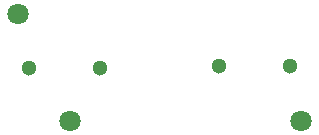
<source format=gbs>
G04 #@! TF.GenerationSoftware,KiCad,Pcbnew,(6.0.2)*
G04 #@! TF.CreationDate,2022-09-05T01:34:10-04:00*
G04 #@! TF.ProjectId,midi-trs-a-b-conveter,6d696469-2d74-4727-932d-612d622d636f,rev?*
G04 #@! TF.SameCoordinates,PX7c5bf00PY5fb3830*
G04 #@! TF.FileFunction,Soldermask,Bot*
G04 #@! TF.FilePolarity,Negative*
%FSLAX46Y46*%
G04 Gerber Fmt 4.6, Leading zero omitted, Abs format (unit mm)*
G04 Created by KiCad (PCBNEW (6.0.2)) date 2022-09-05 01:34:10*
%MOMM*%
%LPD*%
G01*
G04 APERTURE LIST*
%ADD10C,1.300000*%
%ADD11C,1.800000*%
G04 APERTURE END LIST*
D10*
G04 #@! TO.C,U1*
X25550000Y6550000D03*
X19550000Y6550000D03*
G04 #@! TD*
G04 #@! TO.C,U2*
X3450000Y6430000D03*
X9450000Y6430000D03*
G04 #@! TD*
D11*
G04 #@! TO.C,*
X6950000Y1900000D03*
G04 #@! TD*
G04 #@! TO.C,*
X26450000Y1900000D03*
G04 #@! TD*
G04 #@! TO.C,REF\u002A\u002A*
X2550000Y11000000D03*
G04 #@! TD*
M02*

</source>
